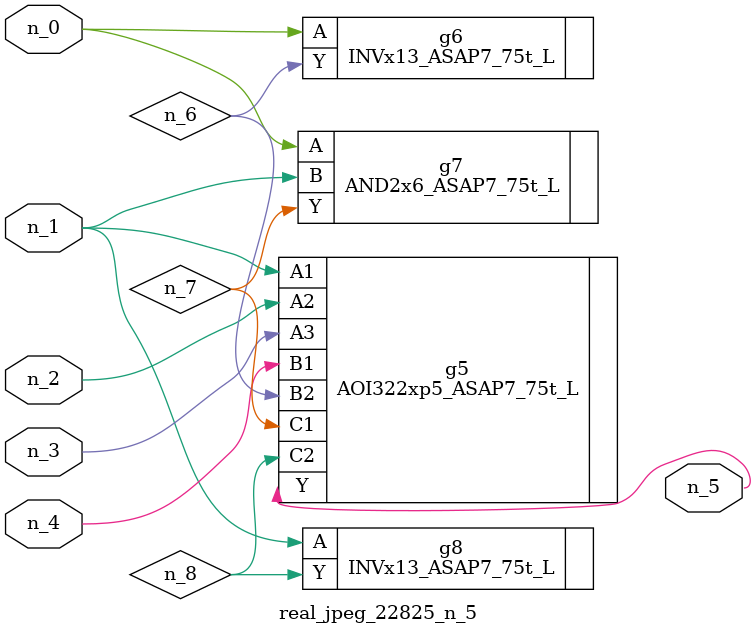
<source format=v>
module real_jpeg_22825_n_5 (n_4, n_0, n_1, n_2, n_3, n_5);

input n_4;
input n_0;
input n_1;
input n_2;
input n_3;

output n_5;

wire n_8;
wire n_6;
wire n_7;

INVx13_ASAP7_75t_L g6 ( 
.A(n_0),
.Y(n_6)
);

AND2x6_ASAP7_75t_L g7 ( 
.A(n_0),
.B(n_1),
.Y(n_7)
);

AOI322xp5_ASAP7_75t_L g5 ( 
.A1(n_1),
.A2(n_2),
.A3(n_3),
.B1(n_4),
.B2(n_6),
.C1(n_7),
.C2(n_8),
.Y(n_5)
);

INVx13_ASAP7_75t_L g8 ( 
.A(n_1),
.Y(n_8)
);


endmodule
</source>
